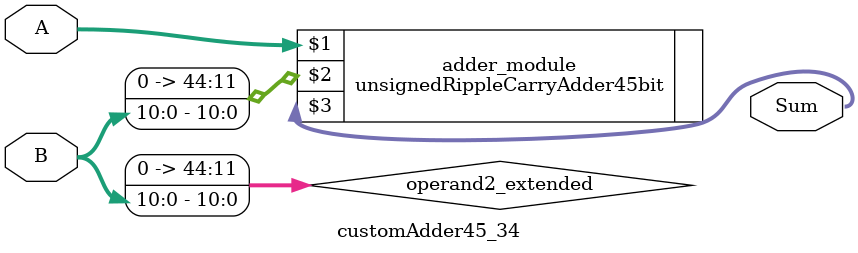
<source format=v>
module customAdder45_34(
                        input [44 : 0] A,
                        input [10 : 0] B,
                        
                        output [45 : 0] Sum
                );

        wire [44 : 0] operand2_extended;
        
        assign operand2_extended =  {34'b0, B};
        
        unsignedRippleCarryAdder45bit adder_module(
            A,
            operand2_extended,
            Sum
        );
        
        endmodule
        
</source>
